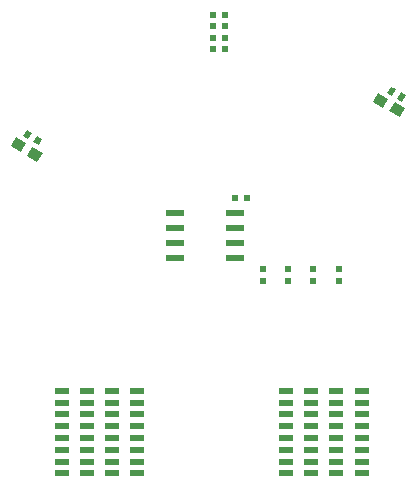
<source format=gbr>
G04 #@! TF.FileFunction,Paste,Top*
%FSLAX46Y46*%
G04 Gerber Fmt 4.6, Leading zero omitted, Abs format (unit mm)*
G04 Created by KiCad (PCBNEW 4.0.7) date Sun May  6 01:29:27 2018*
%MOMM*%
%LPD*%
G01*
G04 APERTURE LIST*
%ADD10C,0.100000*%
%ADD11R,0.500000X0.600000*%
%ADD12R,1.600000X0.600000*%
%ADD13R,1.300000X0.500000*%
%ADD14R,0.600000X0.500000*%
G04 APERTURE END LIST*
D10*
D11*
X51800000Y25000000D03*
X52800000Y25000000D03*
D12*
X46675000Y23750000D03*
X46675000Y22475000D03*
X46675000Y21225000D03*
X46675000Y19950000D03*
X51775000Y19950000D03*
X51775000Y21225000D03*
X51775000Y22475000D03*
X51775000Y23750000D03*
D13*
X60365088Y8679907D03*
X62498421Y8679907D03*
X58231755Y8679907D03*
X62498421Y7679907D03*
X60365088Y7679907D03*
X58231755Y7679907D03*
X62498421Y6679907D03*
X60365088Y6679907D03*
X58231755Y6679907D03*
X58231755Y5679907D03*
X62498421Y5679907D03*
X60365088Y5679907D03*
X62498421Y4679907D03*
X58231755Y4679907D03*
X60365088Y4679907D03*
X62498421Y3679907D03*
X58231755Y3679907D03*
X60365088Y3679907D03*
X62498421Y2679907D03*
X58231755Y2679907D03*
X60365088Y2679907D03*
X62498421Y1679907D03*
X58231755Y1679907D03*
X60365088Y1679907D03*
X41365088Y8679907D03*
X37098422Y8679907D03*
X39231755Y8679907D03*
X41365088Y7679907D03*
X37098422Y7679907D03*
X39231755Y7679907D03*
X41365088Y6679907D03*
X37098422Y6679907D03*
X39231755Y6679907D03*
X41365088Y5679907D03*
X37098422Y5679907D03*
X39231755Y5679907D03*
X41365088Y4679907D03*
X37098422Y4679907D03*
X39231755Y4679907D03*
X41365088Y3679907D03*
X37098422Y3679907D03*
X39231755Y3679907D03*
X41365088Y2679907D03*
X37098422Y2679907D03*
X39231755Y2679907D03*
X41365088Y1679907D03*
X37098422Y1679907D03*
X39231755Y1679907D03*
X56098422Y8679907D03*
X56098422Y7679907D03*
X56098422Y6679907D03*
X56098422Y5679907D03*
X56098422Y4679907D03*
X56098422Y3679907D03*
X56098422Y2679907D03*
X56098422Y1679907D03*
X43498421Y8679907D03*
X43498421Y7679907D03*
X43498421Y6679907D03*
X43498421Y5679907D03*
X43498421Y4679907D03*
X43498421Y3679907D03*
X43498421Y2679907D03*
X43498421Y1679907D03*
D10*
G36*
X35480097Y28830898D02*
X35035597Y28061002D01*
X34177713Y28556302D01*
X34622213Y29326198D01*
X35480097Y28830898D01*
X35480097Y28830898D01*
G37*
G36*
X34072287Y29643698D02*
X33627787Y28873802D01*
X32769903Y29369102D01*
X33214403Y30138998D01*
X34072287Y29643698D01*
X34072287Y29643698D01*
G37*
G36*
X66155097Y32605898D02*
X65710597Y31836002D01*
X64852713Y32331302D01*
X65297213Y33101198D01*
X66155097Y32605898D01*
X66155097Y32605898D01*
G37*
G36*
X64747287Y33418698D02*
X64302787Y32648802D01*
X63444903Y33144102D01*
X63889403Y33913998D01*
X64747287Y33418698D01*
X64747287Y33418698D01*
G37*
G36*
X64650481Y33915192D02*
X64950481Y34434808D01*
X65383493Y34184808D01*
X65083493Y33665192D01*
X64650481Y33915192D01*
X64650481Y33915192D01*
G37*
G36*
X65516507Y33415192D02*
X65816507Y33934808D01*
X66249519Y33684808D01*
X65949519Y33165192D01*
X65516507Y33415192D01*
X65516507Y33415192D01*
G37*
D11*
X49925000Y40525000D03*
X50925000Y40525000D03*
X50925000Y39575000D03*
X49925000Y39575000D03*
D14*
X56275000Y19000000D03*
X56275000Y18000000D03*
D11*
X49925000Y38575000D03*
X50925000Y38575000D03*
X49930000Y37580000D03*
X50930000Y37580000D03*
D14*
X58350000Y18000000D03*
X58350000Y19000000D03*
D10*
G36*
X33842468Y30215192D02*
X34142468Y30734808D01*
X34575480Y30484808D01*
X34275480Y29965192D01*
X33842468Y30215192D01*
X33842468Y30215192D01*
G37*
G36*
X34708494Y29715192D02*
X35008494Y30234808D01*
X35441506Y29984808D01*
X35141506Y29465192D01*
X34708494Y29715192D01*
X34708494Y29715192D01*
G37*
D14*
X54175000Y19000000D03*
X54175000Y18000000D03*
X60620000Y18010000D03*
X60620000Y19010000D03*
M02*

</source>
